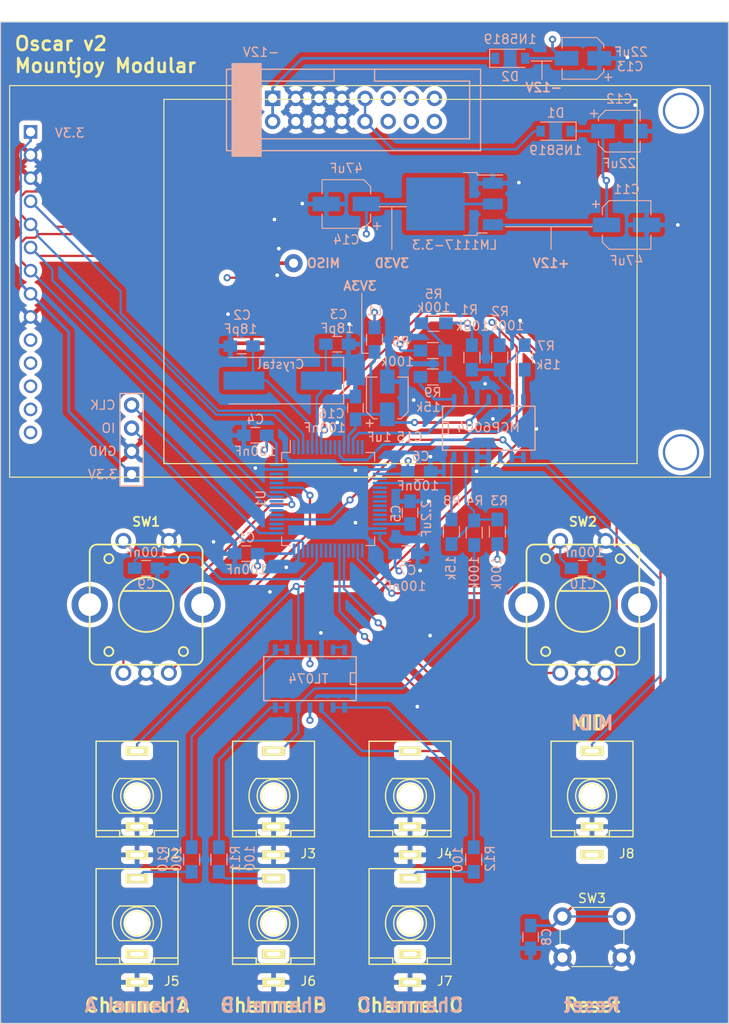
<source format=kicad_pcb>
(kicad_pcb (version 20221018) (generator pcbnew)
  (layers (0 "F.Cu" signal) (1 "In1.Cu" power "GND") (2 "In2.Cu" power "PWR") (31 "B.Cu" signal) (34 "B.Paste" user) (35 "F.Paste" user) (36 "B.SilkS" user "B.Silkscreen") (37 "F.SilkS" user "F.Silkscreen") (38 "B.Mask" user) (39 "F.Mask" user) (44 "Edge.Cuts" user))
  (net 0 "")
  (net 1 "+3V3")
  (net 2 "GND")
  (net 3 "Net-(C2-Pad1)")
  (net 4 "Net-(C3-Pad1)")
  (net 5 "Net-(C5-Pad1)")
  (net 6 "NRST")
  (net 7 "L_ENC_BTN")
  (net 8 "R_ENC_BTN")
  (net 9 "VCC")
  (net 10 "VEE")
  (net 11 "+3.3VA")
  (net 12 "+12V")
  (net 13 "-12V")
  (net 14 "SWCLK")
  (net 15 "SWDIO")
  (net 16 "Net-(J5-Pad2)")
  (net 17 "Net-(J6-Pad2)")
  (net 18 "Net-(J7-Pad2)")
  (net 19 "Net-(J8-Pad1)")
  (net 20 "Net-(J9-Pad11)")
  (net 21 "Net-(J9-Pad12)")
  (net 22 "Net-(J9-Pad14)")
  (net 23 "Net-(J9-Pad13)")
  (net 24 "Net-(J9-Pad15)")
  (net 25 "Net-(J9-Pad16)")
  (net 26 "Net-(R1-Pad1)")
  (net 27 "Net-(R3-Pad1)")
  (net 28 "Net-(R5-Pad1)")
  (net 29 "CH_A_IN")
  (net 30 "CH_B_IN")
  (net 31 "CH_C_IN")
  (net 32 "Net-(R10-Pad2)")
  (net 33 "Net-(R11-Pad2)")
  (net 34 "Net-(R12-Pad2)")
  (net 35 "L_ENC_UP")
  (net 36 "L_ENC_DN")
  (net 37 "R_ENC_DN")
  (net 38 "R_ENC_UP")
  (net 39 "Net-(U1-Pad1)")
  (net 40 "Net-(U1-Pad4)")
  (net 41 "LCD_DC")
  (net 42 "Net-(U1-Pad9)")
  (net 43 "Net-(U1-Pad10)")
  (net 44 "Net-(U1-Pad15)")
  (net 45 "Net-(U1-Pad16)")
  (net 46 "Net-(U1-Pad17)")
  (net 47 "Net-(U1-Pad20)")
  (net 48 "Net-(U1-Pad22)")
  (net 49 "Net-(U1-Pad24)")
  (net 50 "Net-(U1-Pad25)")
  (net 51 "LCD_RESET")
  (net 52 "Net-(U1-Pad27)")
  (net 53 "Net-(U1-Pad28)")
  (net 54 "Net-(U1-Pad29)")
  (net 55 "Net-(U1-Pad33)")
  (net 56 "Net-(U1-Pad35)")
  (net 57 "Net-(U1-Pad39)")
  (net 58 "Net-(U1-Pad40)")
  (net 59 "Net-(U1-Pad41)")
  (net 60 "Net-(U1-Pad42)")
  (net 61 "Net-(U1-Pad44)")
  (net 62 "Net-(U1-Pad50)")
  (net 63 "Net-(U1-Pad51)")
  (net 64 "MIDI_OUT")
  (net 65 "Net-(U1-Pad53)")
  (net 66 "Net-(U1-Pad54)")
  (net 67 "LCD_SCK")
  (net 68 "LCD_MOSI")
  (net 69 "Net-(U1-Pad60)")
  (net 70 "Net-(U1-Pad61)")
  (net 71 "Net-(U1-Pad62)")
  (net 72 "Net-(U2-Pad14)")
  (net 73 "Net-(U2-Pad13)")
  (net 74 "Net-(U2-Pad12)")
  (net 75 "Net-(U2-Pad11)")
  (net 76 "Net-(U2-Pad10)")
  (net 77 "Net-(U1-Pad23)")
  (net 78 "Net-(U1-Pad56)")
  (net 79 "Net-(U1-Pad8)")
  (net 80 "Net-(U1-Pad26)")
  (net 81 "Net-(U4-Pad13)")
  (net 82 "LCD_MISO")
  (net 83 "/CHA_In")
  (net 84 "/CHB_In")
  (net 85 "/CHC_In")
  (net 86 "/CHA_Out")
  (net 87 "/CHB_Out")
  (net 88 "/CHC_Out")
  (net 89 "/MIDI_In")
  (net 90 "Net-(U1-Pad45)")
  (net 91 "Net-(U1-Pad36)")
  (footprint "Custom_Footprints:THONKICONN_hole" (layer "F.Cu") (at 135 135)
    (fp_text reference "J2")
    (fp_text value "ChannelA_In" hide)
  )
  (footprint "Custom_Footprints:THONKICONN_hole" (layer "F.Cu") (at 150 135)
    (fp_text reference "J3")
    (fp_text value "ChannelB_In" hide)
  )
  (footprint "Custom_Footprints:THONKICONN_hole" (layer "F.Cu") (at 165 135)
    (fp_text reference "J4")
    (fp_text value "ChannelC_In" hide)
  )
  (footprint "Custom_Footprints:THONKICONN_hole" (layer "F.Cu") (at 135 149)
    (fp_text reference "J5")
    (fp_text value "ChA_Buff_Out" hide)
  )
  (footprint "Custom_Footprints:THONKICONN_hole" (layer "F.Cu") (at 150 149)
    (fp_text reference "J6")
    (fp_text value "ChB_Buff_Out" hide)
  )
  (footprint "Custom_Footprints:THONKICONN_hole" (layer "F.Cu") (at 165 149)
    (fp_text reference "J7")
    (fp_text value "ChC_Buff_Out" hide)
  )
  (footprint "Custom_Footprints:THONKICONN_hole" (layer "F.Cu") (at 185 135)
    (fp_text reference "J8")
    (fp_text value "MIDI_In" hide)
  )
  (footprint "Custom_Footprints:Encoder" (layer "F.Cu") (at 184 114)
    (fp_text reference "SW2")
    (fp_text value "Right_Encoder" hide)
  )
  (footprint "Custom_Footprints:Encoder" (layer "F.Cu") (at 136 114)
    (fp_text reference "SW1")
    (fp_text value "Left_Encoder" hide)
  )
  (footprint "Custom_Footprints:ILI9341_SPI" (layer "F.Cu") (at 121 57)
    (fp_text reference "U2" hide)
    (fp_text value "ILI9341_SPI")
  )
  (footprint "Buttons_Switches_THT:SW_PUSH_6mm" (layer "F.Cu") (at 181.75 148.25)
    (fp_text reference "SW3")
    (fp_text value "SW_Push")
  )
  (footprint "Custom_Footprints:18x0.8mmLCDConnector" (layer "F.Cu") (at 147.6 71.7 -90)
    (fp_text reference "J10" hide)
    (fp_text value "LCD_Connector")
  )
  (footprint "Wire_Pads:SolderWirePad_single_2mmDrill" (layer "F.Cu") (at 152.76 74.89)
    (fp_text reference "J11" hide)
    (fp_text value "MISO_Connector")
  )
  (footprint "Capacitors_SMD:C_0805_HandSoldering" (layer "B.Cu") (at 147 108.4 180)
    (fp_text reference "C1")
    (fp_text value "100nF")
  )
  (footprint "Capacitors_SMD:C_0805_HandSoldering" (layer "B.Cu") (at 146.5 85.6 180)
    (fp_text reference "C2")
    (fp_text value "18pF")
  )
  (footprint "Capacitors_SMD:C_0805_HandSoldering" (layer "B.Cu") (at 165 103.9 90)
    (fp_text reference "C5")
    (fp_text value "2.2uF")
  )
  (footprint "Capacitors_SMD:C_0805_HandSoldering" (layer "B.Cu") (at 166 99.4)
    (fp_text reference "C6")
    (fp_text value "100nF")
  )
  (footprint "Capacitors_SMD:C_0805_HandSoldering" (layer "B.Cu") (at 164.6 108.4)
    (fp_text reference "C7")
    (fp_text value "100nF")
  )
  (footprint "Capacitors_SMD:C_0805_HandSoldering" (layer "B.Cu") (at 178.25 150.5 90)
    (fp_text reference "C8")
    (fp_text value "100nF")
  )
  (footprint "Capacitors_SMD:C_0805_HandSoldering" (layer "B.Cu") (at 136 110)
    (fp_text reference "C9")
    (fp_text value "100nF")
  )
  (footprint "Capacitors_SMD:C_0805_HandSoldering" (layer "B.Cu") (at 184 110)
    (fp_text reference "C10")
    (fp_text value "100nF")
  )
  (footprint "Capacitors_SMD:CP_Elec_5x5.8" (layer "B.Cu") (at 188.8 72.3)
    (fp_text reference "C11")
    (fp_text value "47uF")
  )
  (footprint "Capacitors_SMD:CP_Elec_4x5.8" (layer "B.Cu") (at 188 62)
    (fp_text reference "C12")
    (fp_text value "22uF")
  )
  (footprint "Capacitors_SMD:CP_Elec_5x5.8" (layer "B.Cu") (at 158 70 180)
    (fp_text reference "C14")
    (fp_text value "47uF")
  )
  (footprint "Capacitors_SMD:C_0805_HandSoldering" (layer "B.Cu") (at 159 92.4 90)
    (fp_text reference "C16")
    (fp_text value "100nF")
  )
  (footprint "Diodes_SMD:D_SOD-123" (layer "B.Cu") (at 181 62 180)
    (fp_text reference "D1")
    (fp_text value "1N5819")
  )
  (footprint "Custom_Footprints:Eurorack_16_pin_header" (layer "B.Cu") (at 149.9 58.4)
    (fp_text reference "J9" hide)
    (fp_text value "Eurorack_16_pin_power" hide)
  )
  (footprint "Resistors_SMD:R_0805_HandSoldering" (layer "B.Cu") (at 171.8 86.85 90)
    (fp_text reference "R1")
    (fp_text value "100k")
  )
  (footprint "Resistors_SMD:R_0805_HandSoldering" (layer "B.Cu") (at 174.85 86.85 90)
    (fp_text reference "R2")
    (fp_text value "100k")
  )
  (footprint "Resistors_SMD:R_0805_HandSoldering" (layer "B.Cu") (at 174.6 106 -90)
    (fp_text reference "R3")
    (fp_text value "100k")
  )
  (footprint "Resistors_SMD:R_0805_HandSoldering" (layer "B.Cu") (at 172.05 106.1 -90)
    (fp_text reference "R4")
    (fp_text value "100k")
  )
  (footprint "Resistors_SMD:R_0805_HandSoldering" (layer "B.Cu") (at 167.6 83.1)
    (fp_text reference "R5")
    (fp_text value "100k")
  )
  (footprint "Resistors_SMD:R_0805_HandSoldering" (layer "B.Cu") (at 167.5 86.1 180)
    (fp_text reference "R6")
    (fp_text value "100k")
  )
  (footprint "Resistors_SMD:R_0805_HandSoldering" (layer "B.Cu") (at 169.55 106 -90)
    (fp_text reference "R8")
    (fp_text value "15k")
  )
  (footprint "Resistors_SMD:R_0805_HandSoldering" (layer "B.Cu") (at 167.5 89)
    (fp_text reference "R9")
    (fp_text value "15k")
  )
  (footprint "Resistors_SMD:R_0805_HandSoldering" (layer "B.Cu") (at 141 142 90)
    (fp_text reference "R10")
    (fp_text value "100")
  )
  (footprint "Resistors_SMD:R_0805_HandSoldering" (layer "B.Cu") (at 172 142 90)
    (fp_text reference "R12")
    (fp_text value "100")
  )
  (footprint "Package_QFP:LQFP-64_10x10mm_P0.5mm" (layer "B.Cu") (at 156 102.4 -90)
    (fp_text reference "U1")
    (fp_text value "STM32F446RETx")
  )
  (footprint "SMD_Packages:SOIC-14_N" (layer "B.Cu") (at 173.65 94.75)
    (fp_text reference "U3" hide)
    (fp_text value "MCP6004")
  )
  (footprint "SMD_Packages:SOIC-14_N" (layer "B.Cu") (at 154 122 180)
    (fp_text reference "U4" hide)
    (fp_text value "TL074")
  )
  (footprint "TO_SOT_Packages_SMD:TO-252-3_TabPin2" (layer "B.Cu") (at 169.9 70 180)
    (fp_text reference "U5" hide)
    (fp_text value "LM1117-3.3")
  )
  (footprint "Custom_Footprints:Crystal_SMD" (layer "B.Cu") (at 151 89.4 180)
    (fp_text reference "Y1" hide)
    (fp_text value "Crystal")
  )
  (footprint "Custom_Footprints:SWD_header" (layer "B.Cu") (at 134.4 99.7 90)
    (fp_text reference "J1" hide)
    (fp_text value "SWD_Header")
  )
  (footprint "Capacitors_SMD:CP_Elec_4x5.8" (layer "B.Cu") (at 162.5 91.3 90)
    (fp_text reference "C15")
    (fp_text value "1uF")
  )
  (footprint "Resistors_SMD:R_0805_HandSoldering" (layer "B.Cu") (at 161.1 84.9 90)
    (fp_text reference "L1")
    (fp_text value "L")
  )
  (footprint "Resistors_SMD:R_0805_HandSoldering" (layer "B.Cu") (at 177.6 86.85 90)
    (fp_text reference "R7")
    (fp_text value "15k")
  )
  (footprint "Diodes_SMD:D_SOD-123" (layer "B.Cu") (at 176 54)
    (fp_text reference "D2")
    (fp_text value "1N5819")
  )
  (footprint "Capacitors_SMD:CP_Elec_4x5.8" (layer "B.Cu") (at 184 54 180)
    (fp_text reference "C13")
    (fp_text value "22uF")
  )
  (footprint "Resistors_SMD:R_0805_HandSoldering" (layer "B.Cu") (at 144 142 90)
    (fp_text reference "R11")
    (fp_text value "100")
  )
  (footprint "Capacitors_SMD:C_0805_HandSoldering" (layer "B.Cu") (at 148 95.4 180)
    (fp_text reference "C4")
    (fp_text value "100nF")
  )
  (footprint "Capacitors_SMD:C_0805_HandSoldering" (layer "B.Cu") (at 157 85.4)
    (fp_text reference "C3")
    (fp_text value "18pF")
  )
  (gr_line (start 159.7 86.4) (end 160.4 86.4) (stroke (width 0.12)) (layer "B.SilkS"))
  (gr_line (start 180.5 75) (end 180.5 72.5) (stroke (width 0.12)) (layer "B.SilkS"))
  (gr_line (start 179.5 56.3) (end 179.5 54.3) (stroke (width 0.12)) (layer "B.SilkS"))
  (gr_line (start 180.6 54.3) (end 178.3 54.3) (stroke (width 0.12)) (layer "B.SilkS"))
  (gr_line (start 163 75) (end 163 70.3) (stroke (width 0.12)) (layer "B.SilkS"))
  (gr_line (start 159.7 79.8) (end 159.7 86.4) (stroke (width 0.12)) (layer "B.SilkS"))
  (gr_line (start 180.5 72.5) (end 185 72.5) (stroke (width 0.12)) (layer "B.SilkS"))
  (gr_line (start 185 72.5) (end 175.5 72.5) (stroke (width 0.12)) (layer "B.SilkS"))
  (gr_line (start 164.6 70.3) (end 161.6 70.3) (stroke (width 0.12)) (layer "B.SilkS"))
  (gr_line (start 120 50) (end 200 50) (stroke (width 0.12)) (layer "Edge.Cuts"))
  (gr_line (start 200 50) (end 200 160) (stroke (width 0.12)) (layer "Edge.Cuts"))
  (gr_line (start 120 160) (end 200 160) (stroke (width 0.12)) (layer "Edge.Cuts"))
  (gr_line (start 120 50) (end 120 160) (stroke (width 0.12)) (layer "Edge.Cuts"))
  (gr_text "Channel B" (at 150 158) (layer "B.SilkS") (effects (font (size 1.5 1.5) (thickness 0.3)) (justify mirror)))
  (gr_text "MIDI" (at 185 127) (layer "B.SilkS") (effects (font (size 1.5 1.5) (thickness 0.3)) (justify mirror)))
  (gr_text "Channel A" (at 135 158) (layer "B.SilkS") (effects (font (size 1.5 1.5) (thickness 0.3)) (justify mirror)))
  (gr_text "Reset" (at 185 158) (layer "B.SilkS") (effects (font (size 1.5 1.5) (thickness 0.3)) (justify mirror)))
  (gr_text "Channel C" (at 165 158) (layer "B.SilkS") (effects (font (size 1.5 1.5) (thickness 0.3)) (justify mirror)))
  (gr_text "+12V" (at 180.5 76.5) (layer "B.SilkS") (effects (font (size 1 1) (thickness 0.2)) (justify mirror)))
  (gr_text "-12V" (at 179.7 57.2) (layer "B.SilkS") (effects (font (size 1 1) (thickness 0.2)) (justify mirror)))
  (gr_text "3V3A" (at 159.5 79) (layer "B.SilkS") (effects (font (size 1 1) (thickness 0.2)) (justify mirror)))
  (gr_text "3V3D" (at 163 76.5) (layer "B.SilkS") (effects (font (size 1 1) (thickness 0.2)) (justify mirror)))
  (gr_text "3.3V" (at 127.6 62.2) (layer "B.SilkS") (effects (font (size 1 1)) (justify mirror)))
  (gr_text "MISO" (at 155.5 76.5) (layer "B.SilkS") (effects (font (size 1 1) (thickness 0.2)) (justify mirror)))
  (gr_text "Channel B" (at 150 158) (layer "F.SilkS") (effects (font (size 1.5 1.5) (thickness 0.3))))
  (gr_text "Channel C" (at 165 158) (layer "F.SilkS") (effects (font (size 1.5 1.5) (thickness 0.3))))
  (gr_text "Reset" (at 185 158) (layer "F.SilkS") (effects (font (size 1.5 1.5) (thickness 0.3))))
  (gr_text "MIDI" (at 185 127) (layer "F.SilkS") (effects (font (size 1.5 1.5) (thickness 0.3))))
  (gr_text "Channel A" (at 135 158) (layer "F.SilkS") (effects (font (size 1.5 1.5) (thickness 0.3))))
  (gr_text "Oscar v2\nMountjoy Modular" (at 121.4 53.6) (layer "F.SilkS") (effects (font (size 1.5 1.5) (thickness 0.3)) (justify left)))
  (segment (start 147.6 78.1) (end 144.9 78.1) (width 0.25) (layer "F.Cu") (net 1))
  (segment (start 147.6 78.1) (end 147.6 78.9) (width 0.25) (layer "F.Cu") (net 1))
  (via (at 164.8 98.2) (size 0.8) (drill 0.4) (layers "F.Cu" "B.Cu") (net 1))
  (via (at 163.799154 110.299154) (size 0.8) (drill 0.4) (layers "F.Cu" "B.Cu") (net 1))
  (via (at 149 97) (size 0.8) (drill 0.4) (layers "F.Cu" "B.Cu") (net 1))
  (via (at 161.1 81.9) (size 0.8) (drill 0.4) (layers "F.Cu" "B.Cu") (net 1))
  (via (at 160.2 73.28) (size 0.8) (drill 0.4) (layers "F.Cu" "B.Cu") (net 1))
  (via (at 144.9 78.1) (size 0.8) (drill 0.4) (layers "F.Cu" "B.Cu") (net 1))
  (via (at 148.25 109.75) (size 0.8) (drill 0.4) (layers "F.Cu" "B.Cu") (net 1))
  (segment (start 161.1 81.9) (end 161.1 81.9) (width 0.3) (layer "B.Cu") (net 1))
  (segment (start 148.25 109.75) (end 148.25 109.75) (width 0.3) (layer "B.Cu") (net 1))
  (segment (start 122.224999 78.784999) (end 123.3 79.86) (width 0.3) (layer "B.Cu") (net 1))
  (segment (start 149.25 96.75) (end 149 97) (width 0.3) (layer "B.Cu") (net 1))
  (segment (start 163.225 108.4) (end 163.35 108.4) (width 0.3) (layer "B.Cu") (net 1))
  (segment (start 150.325 98.65) (end 150.325 96.35) (width 0.3) (layer "B.Cu") (net 1))
  (segment (start 161.675 106.15) (end 161.675 106.85) (width 0.3) (layer "B.Cu") (net 1))
  (segment (start 122.224999 64.155001) (end 122.224999 78.784999) (width 0.25) (layer "B.Cu") (net 1))
  (segment (start 164.5 99.65) (end 164.75 99.4) (width 0.3) (layer "B.Cu") (net 1))
  (segment (start 123.3 62.08) (end 123.3 63.08) (width 0.3) (layer "B.Cu") (net 1))
  (segment (start 161.675 99.65) (end 164.5 99.65) (width 0.3) (layer "B.Cu") (net 1))
  (segment (start 174.1 70) (end 167.8 70) (width 0.3) (layer "B.Cu") (net 1))
  (segment (start 163.35 108.4) (end 163.35 109.85) (width 0.3) (layer "B.Cu") (net 1))
  (segment (start 149.375 95.4) (end 149.25 95.4) (width 0.3) (layer "B.Cu") (net 1))
  (segment (start 164.75 98.25) (end 164.8 98.2) (width 0.3) (layer "B.Cu") (net 1))
  (segment (start 148.25 108.4) (end 148.25 109.75) (width 0.3) (layer "B.Cu") (net 1))
  (segment (start 160.2 70) (end 160.2 73.28) (width 0.3) (layer "B.Cu") (net 1))
  (segment (start 127.5 92.8) (end 127.5 84.06) (width 0.3) (layer "B.Cu") (net 1))
  (segment (start 150.325 96.35) (end 149.375 95.4) (width 0.3) (layer "B.Cu") (net 1))
  (segment (start 134.4 99.7) (end 127.5 92.8) (width 0.3) (layer "B.Cu") (net 1))
  (segment (start 123.3 63.08) (end 122.224999 64.155001) (width 0.25) (layer "B.Cu") (net 1))
  (segment (start 161.1 83.55) (end 161.1 81.9) (width 0.3) (layer "B.Cu") (net 1))
  (segment (start 149.25 95.4) (end 149.25 96.75) (width 0.3) (layer "B.Cu") (net 1))
  (segment (start 160.2 70) (end 167.8 70) (width 0.3) (layer "B.Cu") (net 1))
  (segment (start 148.25 108.4) (end 151.925 108.4) (width 0.3) (layer "B.Cu") (net 1))
  (segment (start 163.35 109.85) (end 163.799154 110.299154) (width 0.3) (layer "B.Cu") (net 1))
  (segment (start 127.5 84.06) (end 123.3 79.86) (width 0.3) (layer "B.Cu") (net 1))
  (segment (start 151.925 108.4) (end 152.25 108.075) (width 0.3) (layer "B.Cu") (net 1))
  (segment (start 164.75 99.4) (end 164.75 98.25) (width 0.3) (layer "B.Cu") (net 1))
  (segment (start 161.675 106.85) (end 163.225 108.4) (width 0.3) (layer "B.Cu") (net 1))
  (segment (start 149.875 77.3) (end 150.4 77.825) (width 0.4) (layer "F.Cu") (net 2))
  (segment (start 147.6 84.5) (end 147.6 85.3) (width 0.3) (layer "F.Cu") (net 2))
  (segment (start 147.6 77.3) (end 149.875 77.3) (width 0.4) (layer "F.Cu") (net 2))
  (segment (start 147.6 74.9) (end 150.575 74.9) (width 0.4) (layer "F.Cu") (net 2))
  (segment (start 147.6 71.7) (end 150.1 71.7) (width 0.25) (layer "F.Cu") (net 2))
  (segment (start 147.6 82.1) (end 145 82.1) (width 0.25) (layer "F.Cu") (net 2))
  (segment (start 147.6 79.7) (end 147.6 84.5) (width 0.3) (layer "F.Cu") (net 2))
  (via (at 158.31 83.19) (size 0.8) (drill 0.4) (layers "F.Cu" "B.Cu") (net 2))
  (via (at 172.31 99.36) (size 0.8) (drill 0.4) (layers "F.Cu" "B.Cu") (net 2))
  (via (at 167.25 97.75) (size 0.8) (drill 0.4) (layers "F.Cu" "B.Cu") (net 2))
  (via (at 148 99) (size 0.8) (drill 0.4) (layers "F.Cu" "B.Cu") (net 2))
  (via (at 167.2 117.4) (size 0.8) (drill 0.4) (layers "F.Cu" "B.Cu") (net 2))
  (via (at 167.04 102.64) (size 0.8) (drill 0.4) (layers "F.Cu" "B.Cu") (net 2))
  (via (at 155.2 117.1) (size 0.8) (drill 0.4) (layers "F.Cu" "B.Cu") (net 2))
  (via (at 174.1 93.6) (size 0.8) (drill 0.4) (layers "F.Cu" "B.Cu") (net 2))
  (via (at 151.4 109.9) (size 0.8) (drill 0.4) (layers "F.Cu" "B.Cu") (net 2))
  (via (at 176.96 67.65) (size 0.8) (drill 0.4) (layers "F.Cu" "B.Cu") (net 2))
  (via (at 178.9 94.7) (size 0.8) (drill 0.4) (layers "F.Cu" "B.Cu") (net 2))
  (via (at 159 105) (size 0.8) (drill 0.4) (layers "F.Cu" "B.Cu") (net 2))
  (via (at 149.6 112.6) (size 0.8) (drill 0.4) (layers "F.Cu" "B.Cu") (net 2))
  (via (at 165.8 125.2) (size 0.8) (drill 0.4) (layers "F.Cu" "B.Cu") (net 2))
  (via (at 165.4 91.53) (size 0.8) (drill 0.4) (layers "F.Cu" "B.Cu") (net 2))
  (via (at 143.4 107.1) (size 0.8) (drill 0.4) (layers "F.Cu" "B.Cu") (net 2))
  (via (at 145 82.1) (size 0.8) (drill 0.4) (layers "F.Cu" "B.Cu") (net 2))
  (via (at 150.1 71.7) (size 0.8) (drill 0.4) (layers "F.Cu" "B.Cu") (net 2))
  (via (at 150.4 77.825) (size 0.8) (drill 0.4) (layers "F.Cu" "B.Cu") (net 2))
  (via (at 189.73 59.14) (size 0.8) (drill 0.4) (layers "F.Cu" "B.Cu") (net 2))
  (via (at 150.575 74.9) (size 0.8) (drill 0.4) (layers "F.Cu" "B.Cu") (net 2))
  (via (at 177.1 82.8) (size 0.8) (drill 0.4) (layers "F.Cu" "B.Cu") (net 2))
  (via (at 166.11 110.25) (size 0.8) (drill 0.4) (layers "F.Cu" "B.Cu") (net 2))
  (via (at 188.89 53.9) (size 0.8) (drill 0.4) (layers "F.Cu" "B.Cu") (net 2))
  (via (at 194.43 72.3) (size 0.8) (drill 0.4) (layers "F.Cu" "B.Cu") (net 2))
  (via (at 153.16 69.95) (size 0.8) (drill 0.4) (layers "F.Cu" "B.Cu") (net 2))
  (via (at 157 94) (size 0.8) (drill 0.4) (layers "F.Cu" "B.Cu") (net 2))
  (via (at 173.25 89.75) (size 0.8) (drill 0.4) (layers "F.Cu" "B.Cu") (net 2))
  (via (at 159 99.25) (size 0.8) (drill 0.4) (layers "F.Cu" "B.Cu") (net 2))
  (segment (start 161.675 99.15) (end 162.65 99.15) (width 0.3) (layer "B.Cu") (net 2))
  (segment (start 152.75 109.05) (end 151.9 109.9) (width 0.3) (layer "B.Cu") (net 2))
  (segment (start 178.25 151.75) (end 180.750001 151.750001) (width 0.3) (layer "B.Cu") (net 2))
  (segment (start 167.25 99.4) (end 167.25 97.75) (width 0.3) (layer "B.Cu") (net 2))
  (segment (start 148.15 99.15) (end 148 99) (width 0.3) (layer "B.Cu") (net 2))
  (segment (start 151.9 109.9) (end 151.4 109.9) (width 0.3) (layer "B.Cu") (net 2))
  (segment (start 157.75 96.725) (end 157.75 94.75) (width 0.3) (layer "B.Cu") (net 2))
  (segment (start 180.750001 151.750001) (end 181.75 152.75) (width 0.3) (layer "B.Cu") (net 2))
  (segment (start 145.75 108.4) (end 144.7 108.4) (width 0.3) (layer "B.Cu") (net 2))
  (segment (start 164.449999 97.350001) (end 166.850001 97.350001) (width 0.3) (layer "B.Cu") (net 2))
  (segment (start 158.9 99.15) (end 159 99.25) (width 0.3) (layer "B.Cu") (net 2))
  (segment (start 174.92 91.1305) (end 173.5395 89.75) (width 0.3) (layer "B.Cu") (net 2))
  (segment (start 166.850001 97.350001) (end 167.25 97.75) (width 0.3) (layer "B.Cu") (net 2))
  (segment (start 173.5395 89.75) (end 173.25 89.75) (width 0.3) (layer "B.Cu") (net 2))
  (segment (start 159.1 99.15) (end 159 99.25) (width 0.3) (layer "B.Cu") (net 2))
  (segment (start 150.325 99.15) (end 148.15 99.15) (width 0.3) (layer "B.Cu") (net 2))
  (segment (start 161.675 105.65) (end 159.65 105.65) (width 0.3) (layer "B.Cu") (net 2))
  (segment (start 152.75 108.075) (end 152.75 109.05) (width 0.3) (layer "B.Cu") (net 2))
  (segment (start 155.27 117.17) (end 155.2 117.1) (width 0.3) (layer "B.Cu") (net 2))
  (segment (start 161.675 99.15) (end 159.1 99.15) (width 0.3) (layer "B.Cu") (net 2))
  (segment (start 155.27 118.952) (end 155.27 117.17) (width 0.3) (layer "B.Cu") (net 2))
  (segment (start 157.75 94.75) (end 157 94) (width 0.3) (layer "B.Cu") (net 2))
  (segment (start 174.92 91.448) (end 174.92 91.1305) (width 0.3) (layer "B.Cu") (net 2))
  (segment (start 150.325 99.15) (end 158.9 99.15) (width 0.3) (layer "B.Cu") (net 2))
  (segment (start 159.65 105.65) (end 159 105) (width 0.3) (layer "B.Cu") (net 2))
  (segment (start 144.7 108.4) (end 143.4 107.1) (width 0.3) (layer "B.Cu") (net 2))
  (segment (start 162.65 99.15) (end 164.449999 97.350001) (width 0.3) (layer "B.Cu") (net 2))
  (segment (start 147.75 85.6) (end 147.75 88.4) (width 0.25) (layer "B.Cu") (net 3))
  (segment (start 149.25 89.4) (end 154.25 94.4) (width 0.25) (layer "B.Cu") (net 3))
  (segment (start 147.75 88.4) (end 146.75 89.4) (width 0.25) (layer "B.Cu") (net 3))
  (segment (start 146.75 89.4) (end 147.8 88.35) (width 0.25) (layer "B.Cu") (net 3))
  (segment (start 146.75 89.4) (end 149.25 89.4) (width 0.25) (layer "B.Cu") (net 3))
  (segment (start 154.25 94.4) (end 154.25 96.725) (width 0.25) (layer "B.Cu") (net 3))
  (segment (start 155.75 88.9) (end 155.25 89.4) (width 0.25) (layer "B.Cu") (net 4))
  (segment (start 155.25 89.4) (end 155.25 90.65) (width 0.25) (layer "B.Cu") (net 4))
  (segment (start 154.75 91.15) (end 154.75 96.725) (width 0.25) (layer "B.Cu") (net 4))
  (segment (start 155.75 85.4) (end 155.75 88.9) (width 0.25) (layer "B.Cu") (net 4))
  (segment (start 155.25 90.65) (end 154.75 91.15) (width 0.25) (layer "B.Cu") (net 4))
  (segment (start 161.675 105.15) (end 165 105.15) (width 0.3) (layer "B.Cu") (net 5))
  (segment (start 166.402009 81.824989) (end 155.6 92.626998) (width 0.25) (layer "F.Cu") (net 6))
  (segment (start 181.75 148.25) (end 192.525001 137.474999) (width 0.25) (layer "F.Cu") (net 6))
  (segment (start 174.534401 81.824989) (end 166.402009 81.824989) (width 0.25) (layer "F.Cu") (net 6))
  (segment (start 192.525001 99.815589) (end 174.534401 81.824989) (width 0.25) (layer "F.Cu") (net 6))
  (segment (start 155.6 92.626998) (end 155.6 94.8) (width 0.25) (layer "F.Cu") (net 6))
  (segment (start 192.525001 137.474999) (end 192.525001 99.815589) (width 0.25) (layer "F.Cu") (net 6))
  (via (at 155.6 94.8) (size 0.8) (drill 0.4) (layers "F.Cu" "B.Cu") (net 6))
  (segment (start 155.25 95.15) (end 155.25 96.725) (width 0.25) (layer "B.Cu") (net 6))
  (segment (start 183.164213 148.25) (end 188.25 148.25) (width 0.25) (layer "B.Cu") (net 6))
  (segment (start 178.25 149.25) (end 180.750001 149.249999) (width 0.3) (layer "B.Cu") (net 6))
  (segment (start 180.750001 149.249999) (end 181.75 148.25) (width 0.3) (layer "B.Cu") (net 6))
  (segment (start 181.75 148.25) (end 183.164213 148.25) (width 0.25) (layer "B.Cu") (net 6))
  (segment (start 155.6 94.8) (end 155.25 95.15) (width 0.25) (layer "B.Cu") (net 6))
  (segment (start 134.75 108.25) (end 133.5 107) (width 0.25) (layer "B.Cu") (net 7))
  (segment (start 154.75 108.075) (end 154.75 109.25) (width 0.25) (layer "B.Cu") (net 7))
  (segment (start 144.2 111.2) (end 152.8 111.2) (width 0.25) (layer "B.Cu") (net 7))
  (segment (start 141.8 108.8) (end 144.2 111.2) (width 0.25) (layer "B.Cu") (net 7))
  (segment (start 154.75 109.25) (end 152.8 111.2) (width 0.25) (layer "B.Cu") (net 7))
  (segment (start 133.5 107) (end 135.3 108.8) (width 0.25) (layer "B.Cu") (net 7))
  (segment (start 135.3 108.8) (end 141.8 108.8) (width 0.25) (layer "B.Cu") (net 7))
  (segment (start 135.3 108.8) (end 135.075 108.8) (width 0.25) (layer "B.Cu") (net 7))
  (segment (start 134.75 109.125) (end 134.75 110) (width 0.25) (layer "B.Cu") (net 7))
  (segment (start 135.075 108.8) (end 134.75 109.125) (width 0.25) (layer "B.Cu") (net 7))
  (segment (start 175.75 112.75) (end 181.5 107) (width 0.25) (layer "F.Cu") (net 8))
  (segment (start 163 112.75) (end 175.75 112.75) (width 0.25) (layer "F.Cu") (net 8))
  (via (at 163 112.75) (size 0.8) (drill 0.4) (layers "F.Cu" "B.Cu") (net 8))
  (segment (start 159.25 109) (end 163 112.75) (width 0.25) (layer "B.Cu") (net 8))
  (segment (start 181.5 107) (end 181.5 108.875) (width 0.25) (layer "B.Cu") (net 8))
  (segment (start 182.625 110) (end 182.75 110) (width 0.25) (layer "B.Cu") (net 8))
  (segment (start 159.25 108.075) (end 159.25 109) (width 0.25) (layer "B.Cu") (net 8))
  (segment (start 181.5 108.875) (end 182.625 110) (width 0.25) (layer "B.Cu") (net 8))
  (via (at 154 126.7) (size 0.8) (drill 0.4) (layers "F.Cu" "B.Cu") (net 9))
  (via (at 186.58 67.42) (size 0.8) (drill 0.4) (layers "F.Cu" "B.Cu") (net 9))
  (segment (start 186.6 67.44) (end 186.58 67.42) (width 0.3) (layer "B.Cu") (net 9))
  (segment (start 186.6 72.3) (end 186.6 67.44) (width 0.3) (layer "B.Cu") (net 9))
  (segment (start 186.6 72.3) (end 174.12 72.3) (width 0.3) (layer "B.Cu") (net 9))
  (segment (start 174.12 72.3) (end 174.1 72.28) (width 0.25) (layer "B.Cu") (net 9))
  (segment (start 186.2 62) (end 186.2 67.04) (width 0.3) (layer "B.Cu") (net 9))
  (segment (start 183.4 62) (end 186.2 62) (width 0.3) (layer "B.Cu") (net 9))
  (segment (start 182.65 62) (end 183.4 62) (width 0.3) (layer "B.Cu") (net 9))
  (segment (start 154 125.302) (end 154 126.7) (width 0.3) (layer "B.Cu") (net 9))
  (segment (start 186.2 67.04) (end 186.58 67.42) (width 0.3) (layer "B.Cu") (net 9))
  (via (at 171.3 83.1) (size 0.8) (drill 0.4) (layers "F.Cu" "B.Cu") (net 10))
  (via (at 154 120.5) (size 0.8) (drill 0.4) (layers "F.Cu" "B.Cu") (net 10))
  (via (at 180.66 51.92) (size 0.8) (drill 0.4) (layers "F.Cu" "B.Cu") (net 10))
  (via (at 174.6 109) (size 0.8) (drill 0.4) (layers "F.Cu" "B.Cu") (net 10))
  (segment (start 182.2 54) (end 181.7 54) (width 0.3) (layer "B.Cu") (net 10))
  (segment (start 174.6 107.35) (end 174.6 109) (width 0.3) (layer "B.Cu") (net 10))
  (segment (start 168.95 83.1) (end 171.3 83.1) (width 0.3) (layer "B.Cu") (net 10))
  (segment (start 168.95 83.1) (end 169.5 83.1) (width 0.3) (layer "B.Cu") (net 10))
  (segment (start 171.8 85.5) (end 171.8 83.6) (width 0.3) (layer "B.Cu") (net 10))
  (segment (start 177.65 54) (end 178.4 54) (width 0.3) (layer "B.Cu") (net 10))
  (segment (start 174.6 107.35) (end 174.6 107.45) (width 0.3) (layer "B.Cu") (net 10))
  (segment (start 171.8 85.4) (end 171.8 85.5) (width 0.3) (layer "B.Cu") (net 10))
  (segment (start 180.66 52.96) (end 180.66 51.92) (width 0.3) (layer "B.Cu") (net 10))
  (segment (start 168.95 83.1) (end 168.85 83.1) (width 0.3) (layer "B.Cu") (net 10))
  (segment (start 178.4 54) (end 182.2 54) (width 0.3) (layer "B.Cu") (net 10))
  (segment (start 181.7 54) (end 180.66 52.96) (width 0.3) (layer "B.Cu") (net 10))
  (segment (start 171.8 83.6) (end 171.3 83.1) (width 0.3) (layer "B.Cu") (net 10))
  (segment (start 154 118.952) (end 154 120.5) (width 0.3) (layer "B.Cu") (net 10))
  (segment (start 171.5 94) (end 165.5 94) (width 0.3) (layer "F.Cu") (net 11))
  (via (at 165.5 94) (size 0.8) (drill 0.4) (layers "F.Cu" "B.Cu") (net 11))
  (via (at 171.5 94) (size 0.8) (drill 0.4) (layers "F.Cu" "B.Cu") (net 11))
  (segment (start 161.1 86.25) (end 161.1 87.25) (width 0.3) (layer "B.Cu") (net 11))
  (segment (start 173.65 91.7655) (end 171.5 93.9155) (width 0.3) (layer "B.Cu") (net 11))
  (segment (start 165.5 94) (end 162.7 94) (width 0.3) (layer "B.Cu") (net 11))
  (segment (start 161.8 93.1) (end 160.7 93.1) (width 0.3) (layer "B.Cu") (net 11))
  (segment (start 159 93.65) (end 159 94.65) (width 0.3) (layer "B.Cu") (net 11))
  (segment (start 159.55 93.1) (end 159 93.65) (width 0.3) (layer "B.Cu") (net 11))
  (segment (start 162.7 94) (end 161.8 93.1) (width 0.3) (layer "B.Cu") (net 11))
  (segment (start 173.65 91.448) (end 173.65 91.7655) (width 0.3) (layer "B.Cu") (net 11))
  (segment (start 159 94.65) (end 158.25 95.4) (width 0.3) (layer "B.Cu") (net 11))
  (segment (start 171.5 93.9155) (end 171.5 94) (width 0.3) (layer "B.Cu") (net 11))
  (segment (start 160.7 87.65) (end 160.7 93.1) (width 0.3) (layer "B.Cu") (net 11))
  (segment (start 161.1 87.25) (end 160.7 87.65) (width 0.3) (layer "B.Cu") (net 11))
  (segment (start 158.25 95.4) (end 158.25 96.725) (width 0.3) (layer "B.Cu") (net 11))
  (segment (start 161.1 86.25) (end 161.1 86.35) (width 0.3) (layer "B.Cu") (net 11))
  (segment (start 160.7 93.1) (end 159.55 93.1) (width 0.3) (layer "B.Cu") (net 11))
  (segment (start 176.65 64) (end 178.65 62) (width 0.25) (layer "B.Cu") (net 12))
  (segment (start 160.06 58.4) (end 160.06 60.94) (width 0.25) (layer "B.Cu") (net 12))
  (segment (start 160.06 60.94) (end 163.12 64) (width 0.25) (layer "B.Cu") (net 12))
  (segment (start 163.12 64) (end 176.65 64) (width 0.25) (layer "B.Cu") (net 12))
  (segment (start 178.65 62) (end 179.35 62) (width 0.25) (layer "B.Cu") (net 12))
  (segment (start 153.15 54) (end 153.2 54) (width 0.3) (layer "B.Cu") (net 13))
  (segment (start 153.2 54) (end 174.35 54) (width 0.3) (layer "B.Cu") (net 13))
  (segment (start 149.9 58.4) (end 149.9 57.25) (width 0.3) (layer "B.Cu") (net 13))
  (segment (start 149.9 60.94) (end 149.9 58.4) (width 0.3) (layer "B.Cu") (net 13))
  (segment (start 149.9 57.25) (end 153.15 54) (width 0.3) (layer "B.Cu") (net 13))
  (segment (start 148.47 106.15) (end 134.4 92.08) (width 0.25) (layer "B.Cu") (net 14))
  (segment (start 150.325 106.15) (end 148.47 106.15) (width 0.25) (layer "B.Cu") (net 14))
  (segment (start 153.25 107.2) (end 153.25 108.075) (width 0.25) (layer "B.Cu") (net 15))
  (segment (start 146.75499 106.97499) (end 153.02499 106.97499) (width 0.25) (layer "B.Cu") (net 15))
  (segment (start 134.4 94.62) (end 146.75499 106.97499) (width 0.25) (layer "B.Cu") (net 15))
  (segment (start 153.02499 106.97499) (end 153.25 107.2) (width 0.25) (layer "B.Cu") (net 15))
  (segment (start 177.6 85.6) (end 175 88.2) (width 0.25) (layer "B.Cu") (net 26))
  (segment (start 174.85 89.2) (end 176.19 90.54) (width 0.25) (layer "B.Cu") (net 26))
  (segment (start 174.85 88.2) (end 174.85 89.2) (width 0.25) (layer "B.Cu") (net 26))
  (segment (start 175 88.2) (end 174.85 88.2) (width 0.25) (layer "B.Cu") (net 26))
  (segment (start 171.8 88.2) (end 174.85 88.2) (width 0.3) (layer "B.Cu") (net 26))
  (segment (start 176.19 90.54) (end 176.19 91.448) (width 0.25) (layer "B.Cu") (net 26))
  (segment (start 177.6 85.5) (end 177.6 85.6) (width 0.25) (layer "B.Cu") (net 26))
  (segment (start 172.05 103.75) (end 171.11 102.81) (width 0.25) (layer "B.Cu") (net 27))
  (segment (start 174.6 104.65) (end 172.15 104.65) (width 0.25) (layer "B.Cu") (net 27))
  (segment (start 171.11 102.81) (end 171.11 97.798) (width 0.25) (layer "B.Cu") (net 27))
  (segment (start 172.05 104.75) (end 172.05 104.85) (width 0.25) (layer "B.Cu") (net 27))
  (segment (start 172.15 104.65) (end 172.05 104.75) (width 0.25) (layer "B.Cu") (net 27))
  (segment (start 172.05 104.85) (end 169.55 107.35) (width 0.25) (layer "B.Cu") (net 27))
  (segment (start 172.05 104.75) (end 172.05 103.75) (width 0.25) (layer "B.Cu") (net 27))
  (segment (start 166.35 83.1) (end 168.85 85.6) (width 0.3) (layer "B.Cu") (net 28))
  (segment (start 168.75 89) (end 168.85 89) (width 0.25) (layer "B.Cu") (net 28))
  (segment (start 166.15 83.2) (end 166.25 83.1) (width 0.25) (layer "B.Cu") (net 28))
  (segment (start 166.25 83.1) (end 166.35 83.1) (width 0.25) (layer "B.Cu") (net 28))
  (segment (start 168.85 88.7) (end 168.85 89) (width 0.25) (layer "B.Cu") (net 28))
  (segment (start 171.11 90.26) (end 171.11 91.448) (width 0.3) (layer "B.Cu") (net 28))
  (segment (start 168.85 86.1) (end 168.85 89) (width 0.3) (layer "B.Cu") (net 28))
  (segment (start 169.85 89) (end 171.11 90.26) (width 0.3) (layer "B.Cu") (net 28))
  (segment (start 168.85 89) (end 169.85 89) (width 0.3) (layer "B.Cu") (net 28))
  (segment (start 168.85 85.6) (end 168.85 86.1) (width 0.25) (layer "B.Cu") (net 28))
  (segment (start 157.25 97.6) (end 157.7 98.1) (width 0.3) (layer "B.Cu") (net 29))
  (segment (start 167.7 95.9) (end 170.8 95.9) (width 0.3) (layer "B.Cu") (net 29))
  (segment (start 157.25 96.725) (end 157.25 97.6) (width 0.3) (layer "B.Cu") (net 29))
  (segment (start 160.3 98.1) (end 162 96.4) (width 0.3) (layer "B.Cu") (net 29))
  (segment (start 170.8 95.9) (end 171.7 95) (width 0.3) (layer "B.Cu") (net 29))
  (segment (start 177.46 91.448) (end 177.46 88.34) (width 0.3) (layer "B.Cu") (net 29))
  (segment (start 171.7 95) (end 174.7295 95) (width 0.3) (layer "B.Cu") (net 29))
  (segment (start 177.46 92.2695) (end 177.46 91.448) (width 0.3) (layer "B.Cu") (net 29))
  (segment (start 177.46 88.34) (end 177.6 88.2) (width 0.3) (layer "B.Cu") (net 29))
  (segment (start 162 96.4) (end 167.2 96.4) (width 0.3) (layer "B.Cu") (net 29))
  (segment (start 177.6 91.308) (end 177.46 91.448) (width 0.3) (layer "B.Cu") (net 29))
  (segment (start 174.7295 95) (end 177.46 92.2695) (width 0.3) (layer "B.Cu") (net 29))
  (segment (start 157.7 98.1) (end 160.3 98.1) (width 0.3) (layer "B.Cu") (net 29))
  (segment (start 167.2 96.4) (end 167.7 95.9) (width 0.3) (layer "B.Cu") (net 29))
  (segment (start 169.55 98.088) (end 169.84 97.798) (width 0.25) (layer "B.Cu") (net 30))
  (segment (start 169.55 104.65) (end 169.55 100.65) (width 0.25) (layer "B.Cu") (net 30))
  (segment (start 161.675 100.65) (end 169.55 100.65) (width 0.25) (layer "B.Cu") (net 30))
  (segment (start 169.55 100.65) (end 169.55 98.088) (width 0.25) (layer "B.Cu") (net 30))
  (segment (start 158.75 96.725) (end 158.75 95.75) (width 0.3) (layer "B.Cu") (net 31))
  (segment (start 159.34525 95.15475) (end 166.95475 95.15475) (width 0.3) (layer "B.Cu") (net 31))
  (segment (start 166.15 89.9) (end 166.15 89) (width 0.3) (layer "B.Cu") (net 31))
  (segment (start 158.75 95.75) (end 159.34525 95.15475) (width 0.3) (layer "B.Cu") (net 31))
  (segment (start 169.84 92.2695) (end 166.95475 95.15475) (width 0.3) (layer "B.Cu") (net 31))
  (segment (start 169.84 91.448) (end 167.698 91.448) (width 0.3) (layer "B.Cu") (net 31))
  (segment (start 167.698 91.448) (end 166.15 89.9) (width 0.3) (layer "B.Cu") (net 31))
  (segment (start 169.84 91.448) (end 169.84 92.2695) (width 0.3) (layer "B.Cu") (net 31))
  (segment (start 141 128.4595) (end 141 139.65) (width 0.25) (layer "B.Cu") (net 32))
  (segment (start 150.19 118.952) (end 150.19 119.2695) (width 0.25) (layer "B.Cu") (net 32))
  (segment (start 151.46 118.952) (end 150.19 118.952) (width 0.25) (layer "B.Cu") (net 32))
  (segment (start 150.19 119.2695) (end 141 128.4595) (width 0.25) (layer "B.Cu") (net 32))
  (segment (start 141 139.65) (end 141 140.65) (width 0.25) (layer "B.Cu") (net 32))
  (segment (start 151.46 125.302) (end 150.19 125.302) (width 0.25) (layer "B.Cu") (net 33))
  (segment (start 144 139.65) (end 144 140.65) (width 0.25) (layer "B.Cu") (net 33))
  (segment (start 149.686 125.302) (end 144 130.988) (width 0.25) (layer "B.Cu") (net 33))
  (segment (start 150.19 125.302) (end 149.686 125.302) (width 0.25) (layer "B.Cu") (net 33))
  (segment (start 144 130.988) (end 144 139.65) (width 0.25) (layer "B.Cu") (net 33))
  (segment (start 156.54 125.302) (end 157.81 125.302) (width 0.25) (layer "B.Cu") (net 34))
  (segment (start 172 134.744998) (end 172 139.65) (width 0.25) (layer "B.Cu") (net 34))
  (segment (start 157.81 125.302) (end 162.557002 125.302) (width 0.25) (layer "B.Cu") (net 34))
  (segment (start 172 139.65) (end 172 140.65) (width 0.25) (layer "B.Cu") (net 34))
  (segment (start 162.557002 125.302) (end 172 134.744998) (width 0.25) (layer "B.Cu") (net 34))
  (segment (start 133.5 119.258998) (end 149.758998 103) (width 0.25) (layer "F.Cu") (net 35))
  (segment (start 133.5 121.5) (end 133.5 119.258998) (width 0.25) (layer "F.Cu") (net 35))
  (segment (start 149.758998 103) (end 152 103) (width 0.25) (layer "F.Cu") (net 35))
  (via (at 152 103) (size 0.8) (drill 0.4) (layers "F.Cu" "B.Cu") (net 35))
  (segment (start 152 102.434315) (end 151.215685 101.65) (width 0.25) (layer "B.Cu") (net 35))
  (segment (start 151.215685 101.65) (end 150.325 101.65) (width 0.25) (layer "B.Cu") (net 35))
  (segment (start 152 103) (end 152 102.434315) (width 0.25) (layer "B.Cu") (net 35))
  (segment (start 154 102) (end 154 106) (width 0.25) (layer "F.Cu") (net 36))
  (segment (start 154 106) (end 138.5 121.5) (width 0.25) (layer "F.Cu") (net 36))
  (via (at 154 102) (size 0.8) (drill 0.4) (layers "F.Cu" "B.Cu") (net 36))
  (segment (start 153.15 101.15) (end 154 102) (width 0.25) (layer "B.Cu") (net 36))
  (segment (start 150.325 101.15) (end 153.15 101.15) (width 0.25) (layer "B.Cu") (net 36))
  (segment (start 160 117.5) (end 167.5 125) (width 0.25) (layer "F.Cu") (net 37))
  (segment (start 183 125) (end 186.5 121.5) (width 0.25) (layer "F.Cu") (net 37))
  (segment (start 167.5 125) (end 183 125) (width 0.25) (layer "F.Cu") (net 37))
  (via (at 160 117.5) (size 0.8) (drill 0.4) (layers "F.Cu" "B.Cu") (net 37))
  (segment (start 160 117.5) (end 157.25 114.75) (width 0.25) (layer "B.Cu") (net 37))
  (segment (start 157.25 114.75) (end 157.25 114.176998) (width 0.25) (layer "B.Cu") (net 37))
  (segment (start 157.25 114.176998) (end 157.25 108.075) (width 0.25) (layer "B.Cu") (net 37))
  (segment (start 167 121.5) (end 181.5 121.5) (width 0.25) (layer "F.Cu") (net 38))
  (segment (start 161.5 116) (end 167 121.5) (width 0.25) (layer "F.Cu") (net 38))
  (via (at 161.5 116) (size 0.8) (drill 0.4) (layers "F.Cu" "B.Cu") (net 38))
  (segment (start 157.75 108.075) (end 157.75 112.25) (width 0.25) (layer "B.Cu") (net 38))
  (segment (start 157.75 112.25) (end 161.5 116) (width 0.25) (layer "B.Cu") (net 38))
  (segment (start 148.098001 68.624999) (end 150.825001 71.351999) (width 0.25) (layer "F.Cu") (net 41))
  (segment (start 122.783999 68.624999) (end 148.098001 68.624999) (width 0.25) (layer "F.Cu") (net 41))
  (segment (start 150.825001 71.351999) (end 150.825001 72.624999) (width 0.25) (layer "F.Cu") (net 41))
  (segment (start 122.224999 69.183999) (end 122.783999 68.624999) (width 0.25) (layer "F.Cu") (net 41))
  (segment (start 123.3 72.24) (end 122.224999 71.164999) (width 0.25) (layer "F.Cu") (net 41))
  (segment (start 149.35 74.1) (end 147.6 74.1) (width 0.25) (layer "F.Cu") (net 41))
  (segment (start 122.224999 71.164999) (end 122.224999 69.183999) (width 0.25) (layer "F.Cu") (net 41))
  (segment (start 150.825001 72.624999) (end 149.35 74.1) (width 0.25) (layer "F.Cu") (net 41))
  (segment (start 150.05001 93.15001) (end 143.713599 93.150009) (width 0.25) (layer "B.Cu") (net 41))
  (segment (start 152.75 96.725) (end 152.75 95.85) (width 0.25) (layer "B.Cu") (net 41))
  (segment (start 124.049999 73.486409) (end 124.049999 72.989999) (width 0.25) (layer "B.Cu") (net 41))
  (segment (start 143.713599 93.150009) (end 124.049999 73.486409) (width 0.25) (layer "B.Cu") (net 41))
  (segment (start 152.75 95.85) (end 150.05001 93.15001) (width 0.25) (layer "B.Cu") (net 41))
  (segment (start 124.049999 72.989999) (end 123.3 72.24) (width 0.25) (layer "B.Cu") (net 41))
  (segment (start 126.1 72.5) (end 123.3 69.7) (width 0.25) (layer "F.Cu") (net 51))
  (segment (start 147.6 72.5) (end 126.1 72.5) (width 0.25) (layer "F.Cu") (net 51))
  (segment (start 143.9 92.7) (end 133.2 82) (width 0.25) (layer "B.Cu") (net 51))
  (segment (start 133.2 79.6) (end 123.3 69.7) (width 0.25) (layer "B.Cu") (net 51))
  (segment (start 153.25 95.25) (end 150.7 92.7) (width 0.25) (layer "B.Cu") (net 51))
  (segment (start 150.7 92.7) (end 143.9 92.7) (width 0.25) (layer "B.Cu") (net 51))
  (segment (start 153.25 96.725) (end 153.25 95.25) (width 0.25) (layer "B.Cu") (net 51))
  (segment (start 133.2 82) (end 133.2 79.6) (width 0.25) (layer "B.Cu") (net 51))
  (segment (start 165 95.9) (end 175.2 95.9) (width 0.25) (layer "F.Cu") (net 64))
  (segment (start 158.4 102.5) (end 165 95.9) (width 0.25) (layer "F.Cu") (net 64))
  (via (at 175.2 95.9) (size 0.8) (drill 0.4) (layers "F.Cu" "B.Cu") (net 64))
  (via (at 158.4 102.5) (size 0.8) (drill 0.4) (layers "F.Cu" "B.Cu") (net 64))
  (segment (start 175.2 95.9) (end 176.19 96.89) (width 0.25) (layer "B.Cu") (net 64))
  (segment (start 177.46 97.798) (end 176.19 97.798) (width 0.25) (layer "B.Cu") (net 64))
  (segment (start 176.19 96.89) (end 176.19 97.798) (width 0.25) (layer "B.Cu") (net 64))
  (segment (start 150.325 104.65) (end 156.25 104.65) (width 0.25) (layer "B.Cu") (net 64))
  (segment (start 156.25 104.65) (end 158.4 102.5) (width 0.25) (layer "B.Cu") (net 64))
  (segment (start 122.550001 76.570001) (end 123.3 77.32) (width 0.25) (layer "F.Cu") (net 67))
  (segment (start 122.783999 73.704999) (end 122.224999 74.263999) (width 0.25) (layer "F.Cu") (net 67))
  (segment (start 122.224999 76.244999) (end 122.550001 76.570001) (width 0.25) (layer "F.Cu") (net 67))
  (segment (start 122.224999 74.263999) (end 122.224999 76.244999) (width 0.25) (layer "F.Cu") (net 67))
  (segment (start 147.6 73.3) (end 124.221 73.3) (width 0.25) (layer "F.Cu") (net 67))
  (segment (start 124.221 73.3) (end 123.816001 73.704999) (width 0.25) (layer "F.Cu") (net 67))
  (segment (start 123.816001 73.704999) (end 122.783999 73.704999) (width 0.25) (layer "F.Cu") (net 67))
  (segment (start 149.13 103.15) (end 123.3 77.32) (width 0.25) (layer "B.Cu") (net 67))
  (segment (start 150.325 103.15) (end 149.13 103.15) (width 0.25) (layer "B.Cu") (net 67))
  (segment (start 124.22 75.7) (end 123.3 74.78) (width 0.25) (layer "F.Cu") (net 68))
  (segment (start 147.6 75.7) (end 124.22 75.7) (width 0.25) (layer "F.Cu") (net 68))
  (segment (start 150.325 102.15) (end 149.484298 102.15) (width 0.25) (layer "B.Cu") (net 68))
  (segment (start 125.7 77.18) (end 123.3 74.78) (width 0.25) (layer "B.Cu") (net 68))
  (segment (start 125.7 78.365702) (end 125.7 77.18) (width 0.25) (layer "B.Cu") (net 68))
  (segment (start 149.484298 102.15) (end 125.7 78.365702) (width 0.25) (layer "B.Cu") (net 68))
  (segment (start 157.81 118.698) (end 156.54 118.698) (width 0.25) (layer "B.Cu") (net 81))
  (segment (start 147.6 76.5) (end 149.5 76.5) (width 0.4) (layer "F.Cu") (net 82))
  (segment (start 149.5 76.5) (end 152.2 76.5) (width 0.4) (layer "F.Cu") (net 82))
  (segment (start 152.5 112) (end 161.073002 112) (width 0.25) (layer "F.Cu") (net 83))
  (segment (start 176.725001 85.725001) (end 174 83) (width 0.25) (layer "F.Cu") (net 83))
  (segment (start 176.725001 96.348001) (end 176.725001 85.725001) (width 0.25) (layer "F.Cu") (net 83))
  (segment (start 161.073002 112) (end 176.725001 96.348001) (width 0.25) (layer "F.Cu") (net 83))
  (via (at 174 83) (size 0.8) (drill 0.4) (layers "F.Cu" "B.Cu") (net 83))
  (via (at 152.5 112) (size 0.8) (drill 0.4) (layers "F.Cu" "B.Cu") (net 83))
  (segment (start 152.73 112.23) (end 152.5 112) (width 0.25) (layer "B.Cu") (net 83))
  (segment (start 174.85 83.85) (end 174 83) (width 0.25) (layer "B.Cu") (net 83))
  (segment (start 152.33 112) (end 135 129.33) (width 0.25) (layer "B.Cu") (net 83))
  (segment (start 152.5 112) (end 152.73 112.27) (width 0.25) (layer "B.Cu") (net 83))
  (segment (start 174.85 85.5) (end 174.85 83.85) (width 0.25) (layer "B.Cu") (net 83))
  (segment (start 152.73 118.952) (end 152.73 112.23) (width 0.25) (layer "B.Cu") (net 83))
  (segment (start 152.5 112) (end 152.33 112) (width 0.25) (layer "B.Cu") (net 83))
  (segment (start 135 129.33) (end 135 130.08) (width 0.25) (layer "B.Cu") (net 83))
  (segment (start 164.2 123.2) (end 172.05 115.35) (width 0.25) (layer "B.Cu") (net 84))
  (segment (start 152.73 124.9845) (end 154.5145 123.2) (width 0.25) (layer "B.Cu") (net 84))
  (segment (start 172.05 115.35) (end 172.05 107.45) (width 0.25) (layer "B.Cu") (net 84))
  (segment (start 172.05 107.55) (end 172.05 107.45) (width 0.25) (layer "B.Cu") (net 84))
  (segment (start 154.5145 123.2) (end 164.2 123.2) (width 0.25) (layer "B.Cu") (net 84))
  (segment (start 152.73 125.302) (end 152.73 128.1) (width 0.25) (layer "B.Cu") (net 84))
  (segment (start 152.73 125.302) (end 152.73 124.9845) (width 0.25) (layer "B.Cu") (net 84))
  (segment (start 150.75 130.08) (end 150 130.08) (width 0.25) (layer "B.Cu") (net 84))
  (segment (start 152.73 128.1) (end 150.75 130.08) (width 0.25) (layer "B.Cu") (net 84))
  (segment (start 187.700001 95.626999) (end 174.348001 82.274999) (width 0.25) (layer "F.Cu") (net 85))
  (segment (start 165 130.08) (end 179.696002 130.08) (width 0.25) (layer "F.Cu") (net 85))
  (segment (start 179.696002 130.08) (end 187.700001 122.076001) (width 0.25) (layer "F.Cu") (net 85))
  (segment (start 174.348001 82.274999) (end 166.925001 82.274999) (width 0.25) (layer "F.Cu") (net 85))
  (segment (start 166.925001 82.274999) (end 163.9 85.4) (width 0.25) (layer "F.Cu") (net 85))
  (segment (start 187.700001 122.076001) (end 187.700001 95.626999) (width 0.25) (layer "F.Cu") (net 85))
  (via (at 163.9 85.4) (size 0.8) (drill 0.4) (layers "F.Cu" "B.Cu") (net 85))
  (segment (start 164.034315 86.1) (end 165.15 86.1) (width 0.25) (layer "B.Cu") (net 85))
  (segment (start 163.9 85.965685) (end 164.034315 86.1) (width 0.25) (layer "B.Cu") (net 85))
  (segment (start 155.27 125.302) (end 155.27 125.6195) (width 0.25) (layer "B.Cu") (net 85))
  (segment (start 155.27 125.6195) (end 159.7305 130.08) (width 0.25) (layer "B.Cu") (net 85))
  (segment (start 163.5 130.08) (end 165 130.08) (width 0.25) (layer "B.Cu") (net 85))
  (segment (start 163.9 85.4) (end 163.9 85.965685) (width 0.25) (layer "B.Cu") (net 85))
  (segment (start 165.15 86.1) (end 166.15 86.1) (width 0.25) (layer "B.Cu") (net 85))
  (segment (start 159.7305 130.08) (end 163.5 130.08) (width 0.25) (layer "B.Cu") (net 85))
  (segment (start 135.73 143.35) (end 135 144.08) (width 0.25) (layer "B.Cu") (net 86))
  (segment (start 141 143.35) (end 135.73 143.35) (width 0.25) (layer "B.Cu") (net 86))
  (segment (start 150 144.08) (end 144.73 144.08) (width 0.25) (layer "B.Cu") (net 87))
  (segment (start 144.73 144.08) (end 144 143.35) (width 0.25) (layer "B.Cu") (net 87))
  (segment (start 165.73 143.35) (end 165 144.08) (width 0.25) (layer "B.Cu") (net 88))
  (segment (start 172 143.35) (end 165.73 143.35) (width 0.25) (layer "B.Cu") (net 88))
  (segment (start 192.525001 111.248999) (end 179.970503 98.694501) (width 0.25) (layer "B.Cu") (net 89))
  (segment (start 192.525001 121.804999) (end 192.525001 111.248999) (width 0.25) (layer "B.Cu") (net 89))
  (segment (start 185 130.08) (end 185 129.33) (width 0.25) (layer "B.Cu") (net 89))
  (segment (start 185 129.33) (end 192.525001 121.804999) (width 0.25) (layer "B.Cu") (net 89))
  (segment (start 174.92 98.1155) (end 174.92 97.798) (width 0.25) (layer "B.Cu") (net 89))
  (segment (start 175.499001 98.694501) (end 174.92 98.1155) (width 0.25) (layer "B.Cu") (net 89))
  (segment (start 179.970503 98.694501) (end 175.499001 98.694501) (width 0.25) (layer "B.Cu") (net 89))
  (zone (net 2) (net_name "GND") (layer "F.Cu") (connect_pads (clearance 0.508)) (min_thickness 0.254) (fill yes (thermal_gap 0.508) (thermal_bridge_width 0.508))
    (polygon (pts (xy 120 50) (xy 200 50) (xy 200 160) (xy 120 160)))
  )
  (zone (net 2) (net_name "GND") (layer "B.Cu") (connect_pads (clearance 0.508)) (min_thickness 0.254) (fill yes (thermal_gap 0.508) (thermal_bridge_width 0.508))
    (polygon (pts (xy 200 50) (xy 120 50) (xy 120 160) (xy 200 160)))
  )
)
</source>
